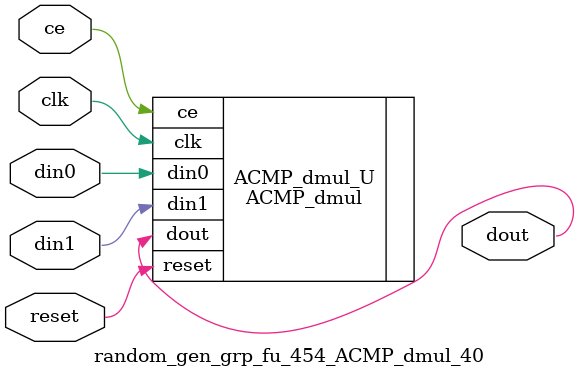
<source format=v>

`timescale 1 ns / 1 ps
module random_gen_grp_fu_454_ACMP_dmul_40(
    clk,
    reset,
    ce,
    din0,
    din1,
    dout);

parameter ID = 32'd1;
parameter NUM_STAGE = 32'd1;
parameter din0_WIDTH = 32'd1;
parameter din1_WIDTH = 32'd1;
parameter dout_WIDTH = 32'd1;
input clk;
input reset;
input ce;
input[din0_WIDTH - 1:0] din0;
input[din1_WIDTH - 1:0] din1;
output[dout_WIDTH - 1:0] dout;



ACMP_dmul #(
.ID( ID ),
.NUM_STAGE( 7 ),
.din0_WIDTH( din0_WIDTH ),
.din1_WIDTH( din1_WIDTH ),
.dout_WIDTH( dout_WIDTH ))
ACMP_dmul_U(
    .clk( clk ),
    .reset( reset ),
    .ce( ce ),
    .din0( din0 ),
    .din1( din1 ),
    .dout( dout ));

endmodule

</source>
